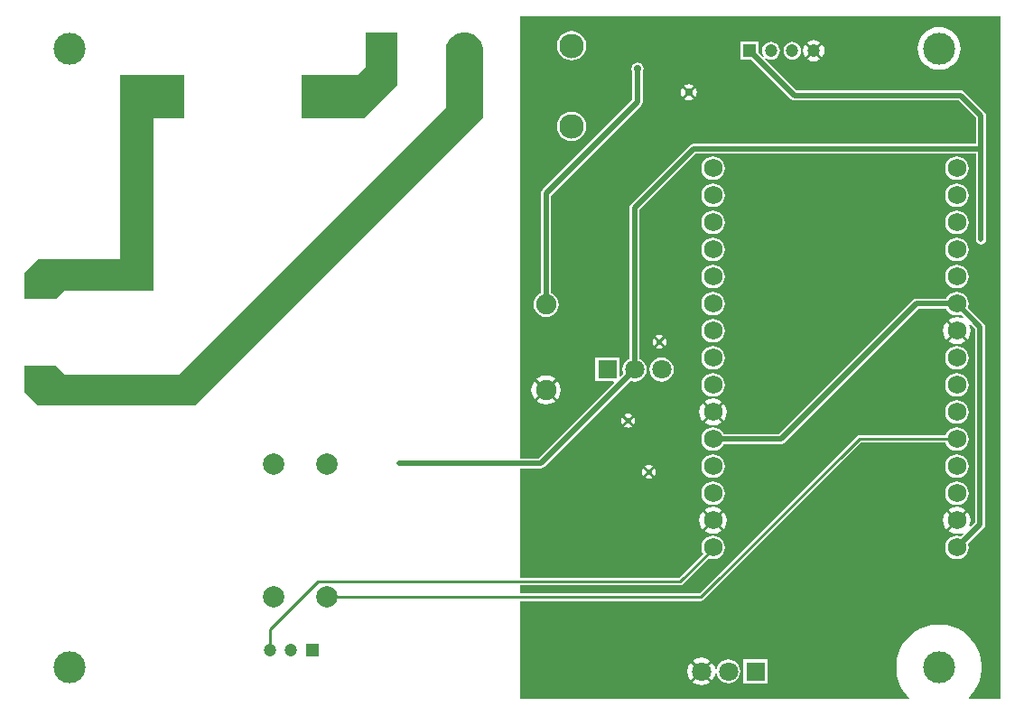
<source format=gbl>
G04*
G04 #@! TF.GenerationSoftware,Altium Limited,Altium Designer,19.1.7 (138)*
G04*
G04 Layer_Physical_Order=4*
G04 Layer_Color=16711680*
%FSLAX44Y44*%
%MOMM*%
G71*
G01*
G75*
%ADD10C,0.2500*%
%ADD12C,0.2540*%
%ADD53C,0.5000*%
%ADD55R,1.2000X1.2000*%
%ADD56C,1.2000*%
%ADD57C,3.0000*%
%ADD58C,2.0000*%
%ADD59C,1.8000*%
%ADD60R,1.8000X1.8000*%
%ADD61C,1.7530*%
%ADD62C,2.3000*%
%ADD63C,1.9000*%
%ADD64C,0.5000*%
%ADD65C,0.7000*%
G36*
X934902Y5098D02*
X905826D01*
X905340Y6271D01*
X907638Y8569D01*
X910830Y12729D01*
X913452Y17270D01*
X915458Y22115D01*
X916815Y27180D01*
X917500Y32378D01*
X917500Y35000D01*
X917500Y37622D01*
X916815Y42820D01*
X915458Y47885D01*
X913452Y52729D01*
X910830Y57270D01*
X907638Y61430D01*
X903930Y65138D01*
X899771Y68330D01*
X895229Y70952D01*
X890385Y72958D01*
X885320Y74316D01*
X880122Y75000D01*
X877500Y75000D01*
X874878D01*
X869680Y74316D01*
X864615Y72958D01*
X859770Y70952D01*
X855229Y68330D01*
X851069Y65138D01*
X847362Y61430D01*
X844170Y57270D01*
X841548Y52729D01*
X839541Y47885D01*
X838184Y42820D01*
X837500Y37622D01*
Y32378D01*
X838184Y27180D01*
X839541Y22115D01*
X841548Y17270D01*
X844170Y12729D01*
X847362Y8569D01*
X849660Y6271D01*
X849174Y5098D01*
X485000D01*
Y96982D01*
X654500D01*
X655846Y97250D01*
X656987Y98013D01*
X804257Y245282D01*
X883889D01*
X884722Y243270D01*
X886480Y240980D01*
X888770Y239222D01*
X891438Y238117D01*
X894300Y237740D01*
X897162Y238117D01*
X899830Y239222D01*
X902120Y240980D01*
X903878Y243270D01*
X904983Y245938D01*
X905360Y248800D01*
X904983Y251662D01*
X903878Y254330D01*
X902120Y256620D01*
X899830Y258378D01*
X897162Y259483D01*
X894300Y259860D01*
X891438Y259483D01*
X888770Y258378D01*
X886480Y256620D01*
X884722Y254330D01*
X883889Y252318D01*
X802800D01*
X801454Y252050D01*
X800313Y251287D01*
X653043Y104018D01*
X485000D01*
Y111482D01*
X635000D01*
X636346Y111750D01*
X637487Y112513D01*
X661886Y136911D01*
X662838Y136517D01*
X665700Y136140D01*
X668562Y136517D01*
X671230Y137622D01*
X673520Y139380D01*
X675278Y141670D01*
X676383Y144338D01*
X676760Y147200D01*
X676383Y150062D01*
X675278Y152730D01*
X673520Y155020D01*
X671230Y156778D01*
X668562Y157883D01*
X665700Y158260D01*
X662838Y157883D01*
X660170Y156778D01*
X657880Y155020D01*
X656122Y152730D01*
X655017Y150062D01*
X654640Y147200D01*
X655017Y144338D01*
X656122Y141670D01*
X656371Y141346D01*
X633543Y118518D01*
X485000D01*
Y221208D01*
X504000D01*
X504000Y221208D01*
X505834Y221573D01*
X507388Y222612D01*
X588220Y303443D01*
X589076Y303088D01*
X592000Y302703D01*
X594924Y303088D01*
X597648Y304217D01*
X599988Y306012D01*
X601783Y308352D01*
X602912Y311076D01*
X603297Y314000D01*
X602912Y316924D01*
X601783Y319648D01*
X599988Y321988D01*
X597648Y323783D01*
X596792Y324138D01*
Y464015D01*
X648985Y516208D01*
X912208D01*
Y471000D01*
Y436000D01*
X912573Y434166D01*
X913612Y432612D01*
X915166Y431573D01*
X917000Y431208D01*
X918834Y431573D01*
X920388Y432612D01*
X921427Y434166D01*
X921792Y436000D01*
Y471000D01*
Y521000D01*
Y552000D01*
X921792Y552000D01*
X921427Y553834D01*
X920388Y555388D01*
X901388Y574389D01*
X899834Y575427D01*
X898000Y575792D01*
X898000Y575792D01*
X743985D01*
X714472Y605305D01*
X715311Y606262D01*
X715865Y605837D01*
X717859Y605011D01*
X720000Y604729D01*
X722141Y605011D01*
X724135Y605837D01*
X725848Y607152D01*
X727163Y608865D01*
X727989Y610859D01*
X728271Y613000D01*
X727989Y615141D01*
X727163Y617135D01*
X725848Y618848D01*
X724135Y620163D01*
X722141Y620989D01*
X720000Y621271D01*
X717859Y620989D01*
X715865Y620163D01*
X714152Y618848D01*
X712837Y617135D01*
X712011Y615141D01*
X711729Y613000D01*
X712011Y610859D01*
X712837Y608865D01*
X713262Y608311D01*
X712306Y607472D01*
X708200Y611577D01*
Y621200D01*
X691800D01*
Y604800D01*
X701423D01*
X738612Y567612D01*
X740166Y566573D01*
X742000Y566208D01*
X742000Y566208D01*
X896015D01*
X912208Y550015D01*
Y525792D01*
X647000D01*
X647000Y525792D01*
X645166Y525427D01*
X643612Y524389D01*
X588611Y469389D01*
X587573Y467834D01*
X587208Y466000D01*
X587208Y466000D01*
Y324138D01*
X586352Y323783D01*
X584012Y321988D01*
X582217Y319648D01*
X581088Y316924D01*
X580703Y314000D01*
X581088Y311076D01*
X581443Y310220D01*
X578973Y307750D01*
X577800Y308236D01*
Y325200D01*
X555400D01*
Y302800D01*
X572364D01*
X572850Y301627D01*
X502015Y230792D01*
X485000D01*
Y644902D01*
X934902D01*
X934902Y5098D01*
D02*
G37*
G36*
X370000Y581000D02*
X339000Y550000D01*
X280000D01*
Y590000D01*
X332000D01*
X340000Y598000D01*
Y630000D01*
X370000D01*
Y581000D01*
D02*
G37*
G36*
X170000Y550000D02*
X141000Y550000D01*
X141000Y388000D01*
X110000Y388000D01*
Y388000D01*
X58000Y388000D01*
X50000Y380000D01*
X20000Y380000D01*
X20000Y405000D01*
X32500Y417500D01*
X110000Y417500D01*
X110000Y590000D01*
X170000Y590000D01*
X170000Y550000D01*
D02*
G37*
G36*
X433000Y630000D02*
X434674Y630000D01*
X437959Y629347D01*
X441053Y628065D01*
X443837Y626205D01*
X446205Y623837D01*
X448065Y621053D01*
X449347Y617959D01*
X450000Y614674D01*
X450000Y613000D01*
X450000Y613000D01*
X450000Y550000D01*
X180000Y280000D01*
X32500Y280000D01*
X20000Y292500D01*
X20000Y317500D01*
X50000Y317500D01*
X58000Y309500D01*
X164500Y309500D01*
X415000Y560000D01*
X415000Y613000D01*
Y614674D01*
X415653Y617959D01*
X416935Y621052D01*
X418795Y623837D01*
X421163Y626205D01*
X423947Y628065D01*
X427041Y629347D01*
X430326Y630000D01*
X432000D01*
X432000Y630000D01*
X433000Y630000D01*
D02*
G37*
%LPC*%
G36*
X760000Y623086D02*
X757390Y622743D01*
X754957Y621735D01*
X753884Y620912D01*
X760000Y614796D01*
X766116Y620912D01*
X765043Y621735D01*
X762610Y622743D01*
X760000Y623086D01*
D02*
G37*
G36*
X767912Y619116D02*
X761796Y613000D01*
X767912Y606884D01*
X768735Y607957D01*
X769743Y610390D01*
X770086Y613000D01*
X769743Y615611D01*
X768735Y618043D01*
X767912Y619116D01*
D02*
G37*
G36*
X752088Y619116D02*
X751265Y618043D01*
X750257Y615611D01*
X749914Y613000D01*
X750257Y610390D01*
X751265Y607957D01*
X752088Y606884D01*
X758204Y613000D01*
X752088Y619116D01*
D02*
G37*
G36*
X740000Y621271D02*
X737859Y620989D01*
X735865Y620163D01*
X734152Y618848D01*
X732837Y617135D01*
X732011Y615141D01*
X731729Y613000D01*
X732011Y610859D01*
X732837Y608865D01*
X734152Y607152D01*
X735865Y605837D01*
X737859Y605011D01*
X740000Y604729D01*
X742141Y605011D01*
X744135Y605837D01*
X745848Y607152D01*
X747163Y608865D01*
X747989Y610859D01*
X748271Y613000D01*
X747989Y615141D01*
X747163Y617135D01*
X745848Y618848D01*
X744135Y620163D01*
X742141Y620989D01*
X740000Y621271D01*
D02*
G37*
G36*
X533000Y631418D02*
X529424Y630947D01*
X526091Y629567D01*
X523229Y627371D01*
X521033Y624509D01*
X519653Y621176D01*
X519182Y617600D01*
X519653Y614024D01*
X521033Y610691D01*
X523229Y607829D01*
X526091Y605633D01*
X529424Y604253D01*
X533000Y603782D01*
X536576Y604253D01*
X539909Y605633D01*
X542771Y607829D01*
X544967Y610691D01*
X546347Y614024D01*
X546818Y617600D01*
X546347Y621176D01*
X544967Y624509D01*
X542771Y627371D01*
X539909Y629567D01*
X536576Y630947D01*
X533000Y631418D01*
D02*
G37*
G36*
X760000Y611204D02*
X753884Y605088D01*
X754957Y604265D01*
X757390Y603257D01*
X760000Y602914D01*
X762610Y603257D01*
X765043Y604265D01*
X766116Y605088D01*
X760000Y611204D01*
D02*
G37*
G36*
X877500Y635097D02*
X873579Y634711D01*
X869809Y633567D01*
X866335Y631710D01*
X863289Y629211D01*
X860790Y626165D01*
X858933Y622691D01*
X857789Y618921D01*
X857403Y615000D01*
X857789Y611079D01*
X858933Y607309D01*
X860790Y603835D01*
X863289Y600789D01*
X866335Y598290D01*
X869809Y596433D01*
X873579Y595289D01*
X877500Y594903D01*
X881421Y595289D01*
X885191Y596433D01*
X888665Y598290D01*
X891711Y600789D01*
X894210Y603835D01*
X896067Y607309D01*
X897211Y611079D01*
X897597Y615000D01*
X897211Y618921D01*
X896067Y622691D01*
X894210Y626165D01*
X891711Y629211D01*
X888665Y631710D01*
X885191Y633567D01*
X881421Y634711D01*
X877500Y635097D01*
D02*
G37*
G36*
X643000Y581565D02*
X641042Y581307D01*
X639218Y580551D01*
X638667Y580129D01*
X643000Y575796D01*
X647333Y580129D01*
X646782Y580551D01*
X644958Y581307D01*
X643000Y581565D01*
D02*
G37*
G36*
X649129Y578333D02*
X644796Y574000D01*
X649129Y569667D01*
X649551Y570218D01*
X650307Y572042D01*
X650565Y574000D01*
X650307Y575958D01*
X649551Y577782D01*
X649129Y578333D01*
D02*
G37*
G36*
X636871D02*
X636449Y577782D01*
X635693Y575958D01*
X635435Y574000D01*
X635693Y572042D01*
X636449Y570218D01*
X636871Y569667D01*
X641204Y574000D01*
X636871Y578333D01*
D02*
G37*
G36*
X643000Y572204D02*
X638667Y567871D01*
X639218Y567449D01*
X641042Y566693D01*
X643000Y566435D01*
X644958Y566693D01*
X646782Y567449D01*
X647333Y567871D01*
X643000Y572204D01*
D02*
G37*
G36*
X533000Y555818D02*
X529424Y555347D01*
X526091Y553967D01*
X523229Y551771D01*
X521033Y548909D01*
X519653Y545576D01*
X519182Y542000D01*
X519653Y538424D01*
X521033Y535091D01*
X523229Y532229D01*
X526091Y530033D01*
X529424Y528653D01*
X533000Y528182D01*
X536576Y528653D01*
X539909Y530033D01*
X542771Y532229D01*
X544967Y535091D01*
X546347Y538424D01*
X546818Y542000D01*
X546347Y545576D01*
X544967Y548909D01*
X542771Y551771D01*
X539909Y553967D01*
X536576Y555347D01*
X533000Y555818D01*
D02*
G37*
G36*
X894300Y513860D02*
X891438Y513483D01*
X888770Y512378D01*
X886480Y510620D01*
X884722Y508330D01*
X883617Y505662D01*
X883240Y502800D01*
X883617Y499938D01*
X884722Y497270D01*
X886480Y494980D01*
X888770Y493222D01*
X891438Y492117D01*
X894300Y491740D01*
X897162Y492117D01*
X899830Y493222D01*
X902120Y494980D01*
X903878Y497270D01*
X904983Y499938D01*
X905360Y502800D01*
X904983Y505662D01*
X903878Y508330D01*
X902120Y510620D01*
X899830Y512378D01*
X897162Y513483D01*
X894300Y513860D01*
D02*
G37*
G36*
X665700D02*
X662838Y513483D01*
X660170Y512378D01*
X657880Y510620D01*
X656122Y508330D01*
X655017Y505662D01*
X654640Y502800D01*
X655017Y499938D01*
X656122Y497270D01*
X657880Y494980D01*
X660170Y493222D01*
X662838Y492117D01*
X665700Y491740D01*
X668562Y492117D01*
X671230Y493222D01*
X673520Y494980D01*
X675278Y497270D01*
X676383Y499938D01*
X676760Y502800D01*
X676383Y505662D01*
X675278Y508330D01*
X673520Y510620D01*
X671230Y512378D01*
X668562Y513483D01*
X665700Y513860D01*
D02*
G37*
G36*
X894300Y488460D02*
X891438Y488083D01*
X888770Y486978D01*
X886480Y485220D01*
X884722Y482930D01*
X883617Y480262D01*
X883240Y477400D01*
X883617Y474538D01*
X884722Y471870D01*
X886480Y469580D01*
X888770Y467822D01*
X891438Y466717D01*
X894300Y466340D01*
X897162Y466717D01*
X899830Y467822D01*
X902120Y469580D01*
X903878Y471870D01*
X904983Y474538D01*
X905360Y477400D01*
X904983Y480262D01*
X903878Y482930D01*
X902120Y485220D01*
X899830Y486978D01*
X897162Y488083D01*
X894300Y488460D01*
D02*
G37*
G36*
X665700D02*
X662838Y488083D01*
X660170Y486978D01*
X657880Y485220D01*
X656122Y482930D01*
X655017Y480262D01*
X654640Y477400D01*
X655017Y474538D01*
X656122Y471870D01*
X657880Y469580D01*
X660170Y467822D01*
X662838Y466717D01*
X665700Y466340D01*
X668562Y466717D01*
X671230Y467822D01*
X673520Y469580D01*
X675278Y471870D01*
X676383Y474538D01*
X676760Y477400D01*
X676383Y480262D01*
X675278Y482930D01*
X673520Y485220D01*
X671230Y486978D01*
X668562Y488083D01*
X665700Y488460D01*
D02*
G37*
G36*
X894300Y463060D02*
X891438Y462683D01*
X888770Y461578D01*
X886480Y459820D01*
X884722Y457530D01*
X883617Y454862D01*
X883240Y452000D01*
X883617Y449138D01*
X884722Y446470D01*
X886480Y444180D01*
X888770Y442422D01*
X891438Y441317D01*
X894300Y440940D01*
X897162Y441317D01*
X899830Y442422D01*
X902120Y444180D01*
X903878Y446470D01*
X904983Y449138D01*
X905360Y452000D01*
X904983Y454862D01*
X903878Y457530D01*
X902120Y459820D01*
X899830Y461578D01*
X897162Y462683D01*
X894300Y463060D01*
D02*
G37*
G36*
X665700D02*
X662838Y462683D01*
X660170Y461578D01*
X657880Y459820D01*
X656122Y457530D01*
X655017Y454862D01*
X654640Y452000D01*
X655017Y449138D01*
X656122Y446470D01*
X657880Y444180D01*
X660170Y442422D01*
X662838Y441317D01*
X665700Y440940D01*
X668562Y441317D01*
X671230Y442422D01*
X673520Y444180D01*
X675278Y446470D01*
X676383Y449138D01*
X676760Y452000D01*
X676383Y454862D01*
X675278Y457530D01*
X673520Y459820D01*
X671230Y461578D01*
X668562Y462683D01*
X665700Y463060D01*
D02*
G37*
G36*
X894300Y437660D02*
X891438Y437283D01*
X888770Y436178D01*
X886480Y434420D01*
X884722Y432130D01*
X883617Y429462D01*
X883240Y426600D01*
X883617Y423738D01*
X884722Y421070D01*
X886480Y418780D01*
X888770Y417022D01*
X891438Y415917D01*
X894300Y415540D01*
X897162Y415917D01*
X899830Y417022D01*
X902120Y418780D01*
X903878Y421070D01*
X904983Y423738D01*
X905360Y426600D01*
X904983Y429462D01*
X903878Y432130D01*
X902120Y434420D01*
X899830Y436178D01*
X897162Y437283D01*
X894300Y437660D01*
D02*
G37*
G36*
X665700D02*
X662838Y437283D01*
X660170Y436178D01*
X657880Y434420D01*
X656122Y432130D01*
X655017Y429462D01*
X654640Y426600D01*
X655017Y423738D01*
X656122Y421070D01*
X657880Y418780D01*
X660170Y417022D01*
X662838Y415917D01*
X665700Y415540D01*
X668562Y415917D01*
X671230Y417022D01*
X673520Y418780D01*
X675278Y421070D01*
X676383Y423738D01*
X676760Y426600D01*
X676383Y429462D01*
X675278Y432130D01*
X673520Y434420D01*
X671230Y436178D01*
X668562Y437283D01*
X665700Y437660D01*
D02*
G37*
G36*
X894300Y412260D02*
X891438Y411883D01*
X888770Y410778D01*
X886480Y409020D01*
X884722Y406730D01*
X883617Y404062D01*
X883240Y401200D01*
X883617Y398338D01*
X884722Y395670D01*
X886480Y393380D01*
X888770Y391622D01*
X891438Y390517D01*
X894300Y390140D01*
X897162Y390517D01*
X899830Y391622D01*
X902120Y393380D01*
X903878Y395670D01*
X904983Y398338D01*
X905360Y401200D01*
X904983Y404062D01*
X903878Y406730D01*
X902120Y409020D01*
X899830Y410778D01*
X897162Y411883D01*
X894300Y412260D01*
D02*
G37*
G36*
X665700D02*
X662838Y411883D01*
X660170Y410778D01*
X657880Y409020D01*
X656122Y406730D01*
X655017Y404062D01*
X654640Y401200D01*
X655017Y398338D01*
X656122Y395670D01*
X657880Y393380D01*
X660170Y391622D01*
X662838Y390517D01*
X665700Y390140D01*
X668562Y390517D01*
X671230Y391622D01*
X673520Y393380D01*
X675278Y395670D01*
X676383Y398338D01*
X676760Y401200D01*
X676383Y404062D01*
X675278Y406730D01*
X673520Y409020D01*
X671230Y410778D01*
X668562Y411883D01*
X665700Y412260D01*
D02*
G37*
G36*
X894300Y386860D02*
X891438Y386483D01*
X888770Y385378D01*
X886480Y383620D01*
X884722Y381330D01*
X884417Y380592D01*
X856800D01*
X856800Y380592D01*
X854966Y380227D01*
X853411Y379188D01*
X853411Y379188D01*
X727815Y253592D01*
X675583D01*
X675278Y254330D01*
X673520Y256620D01*
X671230Y258378D01*
X668562Y259483D01*
X665700Y259860D01*
X662838Y259483D01*
X660170Y258378D01*
X657880Y256620D01*
X656122Y254330D01*
X655017Y251662D01*
X654640Y248800D01*
X655017Y245938D01*
X656122Y243270D01*
X657880Y240980D01*
X660170Y239222D01*
X662838Y238117D01*
X665700Y237740D01*
X668562Y238117D01*
X671230Y239222D01*
X673520Y240980D01*
X675278Y243270D01*
X675583Y244008D01*
X729800D01*
X729800Y244008D01*
X731634Y244373D01*
X733188Y245411D01*
X858785Y371008D01*
X884417D01*
X884722Y370270D01*
X886480Y367980D01*
X888770Y366222D01*
X891438Y365117D01*
X894300Y364740D01*
X897162Y365117D01*
X897900Y365423D01*
X900158Y363165D01*
X899439Y362088D01*
X897632Y362836D01*
X894300Y363275D01*
X890968Y362836D01*
X887862Y361550D01*
X886212Y360284D01*
X895198Y351298D01*
X904184Y342312D01*
X905450Y343962D01*
X906736Y347068D01*
X907175Y350400D01*
X906736Y353732D01*
X905988Y355539D01*
X907065Y356258D01*
X911208Y352115D01*
Y170885D01*
X907065Y166742D01*
X905988Y167461D01*
X906736Y169268D01*
X907175Y172600D01*
X906736Y175932D01*
X905450Y179038D01*
X904184Y180688D01*
X895198Y171702D01*
X886212Y162716D01*
X887862Y161450D01*
X890968Y160164D01*
X894300Y159725D01*
X897632Y160164D01*
X899439Y160912D01*
X900158Y159835D01*
X897900Y157577D01*
X897162Y157883D01*
X894300Y158260D01*
X891438Y157883D01*
X888770Y156778D01*
X886480Y155020D01*
X884722Y152730D01*
X883617Y150062D01*
X883240Y147200D01*
X883617Y144338D01*
X884722Y141670D01*
X886480Y139380D01*
X888770Y137622D01*
X891438Y136517D01*
X894300Y136140D01*
X897162Y136517D01*
X899830Y137622D01*
X902120Y139380D01*
X903878Y141670D01*
X904983Y144338D01*
X905360Y147200D01*
X904983Y150062D01*
X904677Y150800D01*
X919388Y165511D01*
X919389Y165511D01*
X920427Y167066D01*
X920792Y168900D01*
Y354100D01*
X920427Y355934D01*
X919389Y357489D01*
X919388Y357489D01*
X904677Y372200D01*
X904983Y372938D01*
X905360Y375800D01*
X904983Y378662D01*
X903878Y381330D01*
X902120Y383620D01*
X899830Y385378D01*
X897162Y386483D01*
X894300Y386860D01*
D02*
G37*
G36*
X665700D02*
X662838Y386483D01*
X660170Y385378D01*
X657880Y383620D01*
X656122Y381330D01*
X655017Y378662D01*
X654640Y375800D01*
X655017Y372938D01*
X656122Y370270D01*
X657880Y367980D01*
X660170Y366222D01*
X662838Y365117D01*
X665700Y364740D01*
X668562Y365117D01*
X671230Y366222D01*
X673520Y367980D01*
X675278Y370270D01*
X676383Y372938D01*
X676760Y375800D01*
X676383Y378662D01*
X675278Y381330D01*
X673520Y383620D01*
X671230Y385378D01*
X668562Y386483D01*
X665700Y386860D01*
D02*
G37*
G36*
X595000Y601812D02*
X592776Y601369D01*
X590891Y600109D01*
X589631Y598224D01*
X589188Y596000D01*
X589631Y593776D01*
X590208Y592912D01*
Y566985D01*
X505611Y482388D01*
X504573Y480834D01*
X504208Y479000D01*
X504208Y479000D01*
Y385679D01*
X503100Y385220D01*
X500656Y383344D01*
X498780Y380900D01*
X497601Y378054D01*
X497199Y375000D01*
X497601Y371946D01*
X498780Y369100D01*
X500656Y366656D01*
X503100Y364780D01*
X505946Y363601D01*
X509000Y363199D01*
X512054Y363601D01*
X514901Y364780D01*
X517345Y366656D01*
X519220Y369100D01*
X520399Y371946D01*
X520801Y375000D01*
X520399Y378054D01*
X519220Y380900D01*
X517345Y383344D01*
X514901Y385220D01*
X513792Y385679D01*
Y477015D01*
X598388Y561611D01*
X598388Y561612D01*
X599427Y563166D01*
X599792Y565000D01*
Y592912D01*
X600369Y593776D01*
X600812Y596000D01*
X600369Y598224D01*
X599109Y600109D01*
X597224Y601369D01*
X595000Y601812D01*
D02*
G37*
G36*
X884416Y358488D02*
X883150Y356838D01*
X881864Y353732D01*
X881425Y350400D01*
X881864Y347068D01*
X883150Y343962D01*
X884416Y342312D01*
X892504Y350400D01*
X884416Y358488D01*
D02*
G37*
G36*
X615500Y346556D02*
X613803Y346333D01*
X612222Y345678D01*
X611880Y345416D01*
X615500Y341796D01*
X619120Y345416D01*
X618778Y345678D01*
X617197Y346333D01*
X615500Y346556D01*
D02*
G37*
G36*
X665700Y361460D02*
X662838Y361083D01*
X660170Y359978D01*
X657880Y358220D01*
X656122Y355930D01*
X655017Y353262D01*
X654640Y350400D01*
X655017Y347538D01*
X656122Y344870D01*
X657880Y342580D01*
X660170Y340822D01*
X662838Y339717D01*
X665700Y339340D01*
X668562Y339717D01*
X671230Y340822D01*
X673520Y342580D01*
X675278Y344870D01*
X676383Y347538D01*
X676760Y350400D01*
X676383Y353262D01*
X675278Y355930D01*
X673520Y358220D01*
X671230Y359978D01*
X668562Y361083D01*
X665700Y361460D01*
D02*
G37*
G36*
X894300Y348604D02*
X886212Y340516D01*
X887862Y339250D01*
X890968Y337964D01*
X894300Y337525D01*
X897632Y337964D01*
X900738Y339250D01*
X902388Y340516D01*
X894300Y348604D01*
D02*
G37*
G36*
X620916Y343620D02*
X617296Y340000D01*
X620916Y336380D01*
X621178Y336722D01*
X621833Y338303D01*
X622056Y340000D01*
X621833Y341697D01*
X621178Y343278D01*
X620916Y343620D01*
D02*
G37*
G36*
X610084D02*
X609822Y343278D01*
X609167Y341697D01*
X608944Y340000D01*
X609167Y338303D01*
X609822Y336722D01*
X610084Y336380D01*
X613704Y340000D01*
X610084Y343620D01*
D02*
G37*
G36*
X615500Y338204D02*
X611880Y334584D01*
X612222Y334322D01*
X613803Y333667D01*
X615500Y333444D01*
X617197Y333667D01*
X618778Y334322D01*
X619120Y334584D01*
X615500Y338204D01*
D02*
G37*
G36*
X894300Y336060D02*
X891438Y335683D01*
X888770Y334578D01*
X886480Y332820D01*
X884722Y330530D01*
X883617Y327862D01*
X883240Y325000D01*
X883617Y322138D01*
X884722Y319470D01*
X886480Y317180D01*
X888770Y315422D01*
X891438Y314317D01*
X894300Y313940D01*
X897162Y314317D01*
X899830Y315422D01*
X902120Y317180D01*
X903878Y319470D01*
X904983Y322138D01*
X905360Y325000D01*
X904983Y327862D01*
X903878Y330530D01*
X902120Y332820D01*
X899830Y334578D01*
X897162Y335683D01*
X894300Y336060D01*
D02*
G37*
G36*
X665700D02*
X662838Y335683D01*
X660170Y334578D01*
X657880Y332820D01*
X656122Y330530D01*
X655017Y327862D01*
X654640Y325000D01*
X655017Y322138D01*
X656122Y319470D01*
X657880Y317180D01*
X660170Y315422D01*
X662838Y314317D01*
X665700Y313940D01*
X668562Y314317D01*
X671230Y315422D01*
X673520Y317180D01*
X675278Y319470D01*
X676383Y322138D01*
X676760Y325000D01*
X676383Y327862D01*
X675278Y330530D01*
X673520Y332820D01*
X671230Y334578D01*
X668562Y335683D01*
X665700Y336060D01*
D02*
G37*
G36*
X617400Y325297D02*
X614476Y324912D01*
X611752Y323783D01*
X609412Y321988D01*
X607617Y319648D01*
X606488Y316924D01*
X606103Y314000D01*
X606488Y311076D01*
X607617Y308352D01*
X609412Y306012D01*
X611752Y304217D01*
X614476Y303088D01*
X617400Y302703D01*
X620324Y303088D01*
X623048Y304217D01*
X625388Y306012D01*
X627183Y308352D01*
X628312Y311076D01*
X628697Y314000D01*
X628312Y316924D01*
X627183Y319648D01*
X625388Y321988D01*
X623048Y323783D01*
X620324Y324912D01*
X617400Y325297D01*
D02*
G37*
G36*
X509000Y308617D02*
X505476Y308153D01*
X502192Y306792D01*
X500388Y305408D01*
X509000Y296796D01*
X517612Y305408D01*
X515808Y306792D01*
X512524Y308153D01*
X509000Y308617D01*
D02*
G37*
G36*
X894300Y310660D02*
X891438Y310283D01*
X888770Y309178D01*
X886480Y307420D01*
X884722Y305130D01*
X883617Y302462D01*
X883240Y299600D01*
X883617Y296738D01*
X884722Y294070D01*
X886480Y291780D01*
X888770Y290022D01*
X891438Y288917D01*
X894300Y288540D01*
X897162Y288917D01*
X899830Y290022D01*
X902120Y291780D01*
X903878Y294070D01*
X904983Y296738D01*
X905360Y299600D01*
X904983Y302462D01*
X903878Y305130D01*
X902120Y307420D01*
X899830Y309178D01*
X897162Y310283D01*
X894300Y310660D01*
D02*
G37*
G36*
X665700D02*
X662838Y310283D01*
X660170Y309178D01*
X657880Y307420D01*
X656122Y305130D01*
X655017Y302462D01*
X654640Y299600D01*
X655017Y296738D01*
X656122Y294070D01*
X657880Y291780D01*
X660170Y290022D01*
X662838Y288917D01*
X665700Y288540D01*
X668562Y288917D01*
X671230Y290022D01*
X673520Y291780D01*
X675278Y294070D01*
X676383Y296738D01*
X676760Y299600D01*
X676383Y302462D01*
X675278Y305130D01*
X673520Y307420D01*
X671230Y309178D01*
X668562Y310283D01*
X665700Y310660D01*
D02*
G37*
G36*
X498592Y303612D02*
X497208Y301808D01*
X495848Y298524D01*
X495383Y295000D01*
X495848Y291476D01*
X497208Y288192D01*
X498592Y286388D01*
X507204Y295000D01*
X498592Y303612D01*
D02*
G37*
G36*
X519408Y303612D02*
X510796Y295000D01*
X519408Y286388D01*
X520792Y288192D01*
X522152Y291476D01*
X522617Y295000D01*
X522152Y298524D01*
X520792Y301808D01*
X519408Y303612D01*
D02*
G37*
G36*
X509000Y293204D02*
X500388Y284592D01*
X502192Y283208D01*
X505476Y281847D01*
X509000Y281383D01*
X512524Y281847D01*
X515808Y283208D01*
X517612Y284592D01*
X509000Y293204D01*
D02*
G37*
G36*
X665700Y287075D02*
X662368Y286636D01*
X659262Y285350D01*
X657612Y284084D01*
X665700Y275996D01*
X673788Y284084D01*
X672138Y285350D01*
X669032Y286636D01*
X665700Y287075D01*
D02*
G37*
G36*
X586000Y272556D02*
X584303Y272333D01*
X582722Y271678D01*
X582380Y271416D01*
X586000Y267796D01*
X589620Y271416D01*
X589278Y271678D01*
X587697Y272333D01*
X586000Y272556D01*
D02*
G37*
G36*
X675584Y282288D02*
X667496Y274200D01*
X675584Y266112D01*
X676850Y267762D01*
X678136Y270868D01*
X678575Y274200D01*
X678136Y277532D01*
X676850Y280638D01*
X675584Y282288D01*
D02*
G37*
G36*
X655816Y282288D02*
X654550Y280638D01*
X653264Y277532D01*
X652825Y274200D01*
X653264Y270868D01*
X654550Y267762D01*
X655816Y266112D01*
X663904Y274200D01*
X655816Y282288D01*
D02*
G37*
G36*
X894300Y285260D02*
X891438Y284883D01*
X888770Y283778D01*
X886480Y282020D01*
X884722Y279730D01*
X883617Y277062D01*
X883240Y274200D01*
X883617Y271338D01*
X884722Y268670D01*
X886480Y266380D01*
X888770Y264622D01*
X891438Y263517D01*
X894300Y263140D01*
X897162Y263517D01*
X899830Y264622D01*
X902120Y266380D01*
X903878Y268670D01*
X904983Y271338D01*
X905360Y274200D01*
X904983Y277062D01*
X903878Y279730D01*
X902120Y282020D01*
X899830Y283778D01*
X897162Y284883D01*
X894300Y285260D01*
D02*
G37*
G36*
X591416Y269620D02*
X587796Y266000D01*
X591416Y262380D01*
X591678Y262722D01*
X592333Y264303D01*
X592556Y266000D01*
X592333Y267697D01*
X591678Y269278D01*
X591416Y269620D01*
D02*
G37*
G36*
X580584D02*
X580322Y269278D01*
X579667Y267697D01*
X579444Y266000D01*
X579667Y264303D01*
X580322Y262722D01*
X580584Y262380D01*
X584204Y266000D01*
X580584Y269620D01*
D02*
G37*
G36*
X665700Y272404D02*
X657612Y264316D01*
X659262Y263050D01*
X662368Y261764D01*
X665700Y261325D01*
X669032Y261764D01*
X672138Y263050D01*
X673788Y264316D01*
X665700Y272404D01*
D02*
G37*
G36*
X586000Y264204D02*
X582380Y260584D01*
X582722Y260322D01*
X584303Y259667D01*
X586000Y259444D01*
X587697Y259667D01*
X589278Y260322D01*
X589620Y260584D01*
X586000Y264204D01*
D02*
G37*
G36*
X605500Y224556D02*
X603803Y224333D01*
X602222Y223678D01*
X601880Y223416D01*
X605500Y219796D01*
X609120Y223416D01*
X608778Y223678D01*
X607197Y224333D01*
X605500Y224556D01*
D02*
G37*
G36*
X610916Y221620D02*
X607296Y218000D01*
X610916Y214380D01*
X611178Y214722D01*
X611833Y216303D01*
X612056Y218000D01*
X611833Y219697D01*
X611178Y221278D01*
X610916Y221620D01*
D02*
G37*
G36*
X600084D02*
X599822Y221278D01*
X599167Y219697D01*
X598944Y218000D01*
X599167Y216303D01*
X599822Y214722D01*
X600084Y214380D01*
X603704Y218000D01*
X600084Y221620D01*
D02*
G37*
G36*
X894300Y234460D02*
X891438Y234083D01*
X888770Y232978D01*
X886480Y231220D01*
X884722Y228930D01*
X883617Y226262D01*
X883240Y223400D01*
X883617Y220538D01*
X884722Y217870D01*
X886480Y215580D01*
X888770Y213822D01*
X891438Y212717D01*
X894300Y212340D01*
X897162Y212717D01*
X899830Y213822D01*
X902120Y215580D01*
X903878Y217870D01*
X904983Y220538D01*
X905360Y223400D01*
X904983Y226262D01*
X903878Y228930D01*
X902120Y231220D01*
X899830Y232978D01*
X897162Y234083D01*
X894300Y234460D01*
D02*
G37*
G36*
X665700D02*
X662838Y234083D01*
X660170Y232978D01*
X657880Y231220D01*
X656122Y228930D01*
X655017Y226262D01*
X654640Y223400D01*
X655017Y220538D01*
X656122Y217870D01*
X657880Y215580D01*
X660170Y213822D01*
X662838Y212717D01*
X665700Y212340D01*
X668562Y212717D01*
X671230Y213822D01*
X673520Y215580D01*
X675278Y217870D01*
X676383Y220538D01*
X676760Y223400D01*
X676383Y226262D01*
X675278Y228930D01*
X673520Y231220D01*
X671230Y232978D01*
X668562Y234083D01*
X665700Y234460D01*
D02*
G37*
G36*
X605500Y216204D02*
X601880Y212584D01*
X602222Y212322D01*
X603803Y211667D01*
X605500Y211444D01*
X607197Y211667D01*
X608778Y212322D01*
X609120Y212584D01*
X605500Y216204D01*
D02*
G37*
G36*
X894300Y209060D02*
X891438Y208683D01*
X888770Y207578D01*
X886480Y205820D01*
X884722Y203530D01*
X883617Y200862D01*
X883240Y198000D01*
X883617Y195138D01*
X884722Y192470D01*
X886480Y190180D01*
X888770Y188422D01*
X891438Y187317D01*
X894300Y186940D01*
X897162Y187317D01*
X899830Y188422D01*
X902120Y190180D01*
X903878Y192470D01*
X904983Y195138D01*
X905360Y198000D01*
X904983Y200862D01*
X903878Y203530D01*
X902120Y205820D01*
X899830Y207578D01*
X897162Y208683D01*
X894300Y209060D01*
D02*
G37*
G36*
X665700D02*
X662838Y208683D01*
X660170Y207578D01*
X657880Y205820D01*
X656122Y203530D01*
X655017Y200862D01*
X654640Y198000D01*
X655017Y195138D01*
X656122Y192470D01*
X657880Y190180D01*
X660170Y188422D01*
X662838Y187317D01*
X665700Y186940D01*
X668562Y187317D01*
X671230Y188422D01*
X673520Y190180D01*
X675278Y192470D01*
X676383Y195138D01*
X676760Y198000D01*
X676383Y200862D01*
X675278Y203530D01*
X673520Y205820D01*
X671230Y207578D01*
X668562Y208683D01*
X665700Y209060D01*
D02*
G37*
G36*
Y185475D02*
X662368Y185036D01*
X659262Y183750D01*
X657612Y182484D01*
X665700Y174396D01*
X673788Y182484D01*
X672138Y183750D01*
X669032Y185036D01*
X665700Y185475D01*
D02*
G37*
G36*
X894300D02*
X890968Y185036D01*
X887862Y183750D01*
X886212Y182484D01*
X894300Y174396D01*
X902388Y182484D01*
X900738Y183750D01*
X897632Y185036D01*
X894300Y185475D01*
D02*
G37*
G36*
X675584Y180688D02*
X667496Y172600D01*
X675584Y164512D01*
X676850Y166162D01*
X678136Y169268D01*
X678575Y172600D01*
X678136Y175932D01*
X676850Y179038D01*
X675584Y180688D01*
D02*
G37*
G36*
X884416Y180688D02*
X883150Y179038D01*
X881864Y175932D01*
X881425Y172600D01*
X881864Y169268D01*
X883150Y166162D01*
X884416Y164512D01*
X892504Y172600D01*
X884416Y180688D01*
D02*
G37*
G36*
X655816D02*
X654550Y179038D01*
X653264Y175932D01*
X652825Y172600D01*
X653264Y169268D01*
X654550Y166162D01*
X655816Y164512D01*
X663904Y172600D01*
X655816Y180688D01*
D02*
G37*
G36*
X665700Y170804D02*
X657612Y162716D01*
X659262Y161450D01*
X662368Y160164D01*
X665700Y159725D01*
X669032Y160164D01*
X672138Y161450D01*
X673788Y162716D01*
X665700Y170804D01*
D02*
G37*
G36*
X654600Y44112D02*
X651206Y43665D01*
X648044Y42355D01*
X646345Y41052D01*
X654600Y32796D01*
X662856Y41051D01*
X661156Y42355D01*
X657994Y43665D01*
X654600Y44112D01*
D02*
G37*
G36*
X680000Y42297D02*
X677076Y41912D01*
X674352Y40783D01*
X672012Y38988D01*
X670217Y36648D01*
X669088Y33924D01*
X668848Y32100D01*
X667567D01*
X667265Y34394D01*
X665956Y37556D01*
X664651Y39255D01*
X656396Y31000D01*
X664651Y22745D01*
X665956Y24444D01*
X667265Y27606D01*
X667567Y29900D01*
X668848D01*
X669088Y28076D01*
X670217Y25352D01*
X672012Y23012D01*
X674352Y21217D01*
X677076Y20088D01*
X680000Y19703D01*
X682924Y20088D01*
X685648Y21217D01*
X687988Y23012D01*
X689783Y25352D01*
X690912Y28076D01*
X691297Y31000D01*
X690912Y33924D01*
X689783Y36648D01*
X687988Y38988D01*
X685648Y40783D01*
X682924Y41912D01*
X680000Y42297D01*
D02*
G37*
G36*
X644549Y39255D02*
X643245Y37556D01*
X641935Y34394D01*
X641488Y31000D01*
X641935Y27606D01*
X643245Y24444D01*
X644549Y22745D01*
X652804Y31000D01*
X644549Y39255D01*
D02*
G37*
G36*
X716600Y42200D02*
X694200D01*
Y19800D01*
X716600D01*
Y42200D01*
D02*
G37*
G36*
X654600Y29204D02*
X646345Y20949D01*
X648044Y19645D01*
X651206Y18335D01*
X654600Y17888D01*
X657994Y18335D01*
X661156Y19645D01*
X662856Y20949D01*
X654600Y29204D01*
D02*
G37*
%LPD*%
G54D10*
X295000Y115000D02*
X635000D01*
X250000Y70000D02*
X295000Y115000D01*
X250000Y51000D02*
Y70000D01*
X802800Y248800D02*
X894300D01*
X654500Y100500D02*
X802800Y248800D01*
X304000Y100500D02*
X654500D01*
X665700Y145700D02*
Y147200D01*
X635000Y115000D02*
X665700Y145700D01*
G54D12*
X740000Y613000D02*
X740000D01*
G54D53*
X856800Y375800D02*
X894300D01*
X729800Y248800D02*
X856800Y375800D01*
X665700Y248800D02*
X729800D01*
X504000Y226000D02*
X592000Y314000D01*
X371000Y226000D02*
X504000D01*
X647000Y521000D02*
X917000D01*
X592000Y466000D02*
X647000Y521000D01*
X592000Y314000D02*
Y466000D01*
X894300Y375800D02*
X916000Y354100D01*
Y168900D02*
Y354100D01*
X894300Y147200D02*
X916000Y168900D01*
X917000Y521000D02*
Y552000D01*
Y471000D02*
Y521000D01*
X742000Y571000D02*
X898000D01*
X700000Y613000D02*
X742000Y571000D01*
X892800Y147200D02*
X894300D01*
X898000Y571000D02*
X917000Y552000D01*
Y436000D02*
Y471000D01*
X595000Y565000D02*
Y596000D01*
X509000Y479000D02*
X595000Y565000D01*
X509000Y375000D02*
Y479000D01*
G54D55*
X290000Y51000D02*
D03*
X700000Y613000D02*
D03*
G54D56*
X270000Y51000D02*
D03*
X250000D02*
D03*
X740000Y613000D02*
D03*
X720000D02*
D03*
X760000D02*
D03*
G54D57*
X300000Y570000D02*
D03*
X150000D02*
D03*
X40000Y300000D02*
D03*
Y400000D02*
D03*
X877500Y615000D02*
D03*
Y35000D02*
D03*
X62500D02*
D03*
Y615000D02*
D03*
G54D58*
X304000Y100500D02*
D03*
Y225500D02*
D03*
X254000Y100500D02*
D03*
Y225500D02*
D03*
G54D59*
X592000Y314000D02*
D03*
X617400D02*
D03*
X680000Y31000D02*
D03*
X654600D02*
D03*
G54D60*
X566600Y314000D02*
D03*
X705400Y31000D02*
D03*
G54D61*
X894300Y325000D02*
D03*
Y350400D02*
D03*
Y375800D02*
D03*
Y401200D02*
D03*
Y426600D02*
D03*
Y452000D02*
D03*
Y477400D02*
D03*
Y502800D02*
D03*
Y299600D02*
D03*
Y274200D02*
D03*
Y248800D02*
D03*
Y223400D02*
D03*
Y198000D02*
D03*
Y172600D02*
D03*
Y147200D02*
D03*
X665700D02*
D03*
Y172600D02*
D03*
Y198000D02*
D03*
Y223400D02*
D03*
Y248800D02*
D03*
Y274200D02*
D03*
Y299600D02*
D03*
Y502800D02*
D03*
Y477400D02*
D03*
Y452000D02*
D03*
Y426600D02*
D03*
Y401200D02*
D03*
Y375800D02*
D03*
Y350400D02*
D03*
Y325000D02*
D03*
G54D62*
X356600Y617600D02*
D03*
X533000Y542000D02*
D03*
Y617600D02*
D03*
X432200D02*
D03*
G54D63*
X124000Y402500D02*
D03*
Y295000D02*
D03*
X509000D02*
D03*
Y375000D02*
D03*
G54D64*
X371000Y226000D02*
D03*
X605500Y218000D02*
D03*
X586000Y266000D02*
D03*
X615500Y340000D02*
D03*
X917000Y436000D02*
D03*
Y471000D02*
D03*
G54D65*
X595000Y596000D02*
D03*
X643000Y574000D02*
D03*
M02*

</source>
